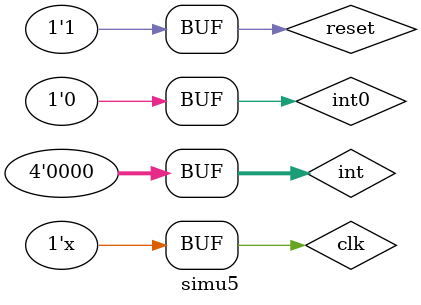
<source format=v>

module simu5();

    reg clk = 1;
    always #1 clk = !clk;

    reg reset = 0;
    wire [7:0] dIn;
    wire [7:0] dOut;
    wire [7:0] addr;
    wire write_en;
    wire quit;
    reg int0 = 0;
    wire [3:0] int = {3'b000, int0};
    
    
    reflet_cpu #(.wordsize(8)) cpu(
        .clk(clk), 
        .reset(reset), 
        .quit(quit), 
        .data_in(dIn), 
        .addr(addr), 
        .data_out(dOut), 
        .write_en(write_en),
        .ext_int(int));

    //The rom got the addresses between 0x00 and 0x7F
    rom5 rom5(
        .clk(clk), 
        .enable_out(1'b1), 
        .addr(addr[6:0]), 
        .dataOut(dIn));

    initial
    begin
        #10;
        reset = 1;
        #600;
        int0 = 1;
        #10;
        int0 = 0;
    end

endmodule


</source>
